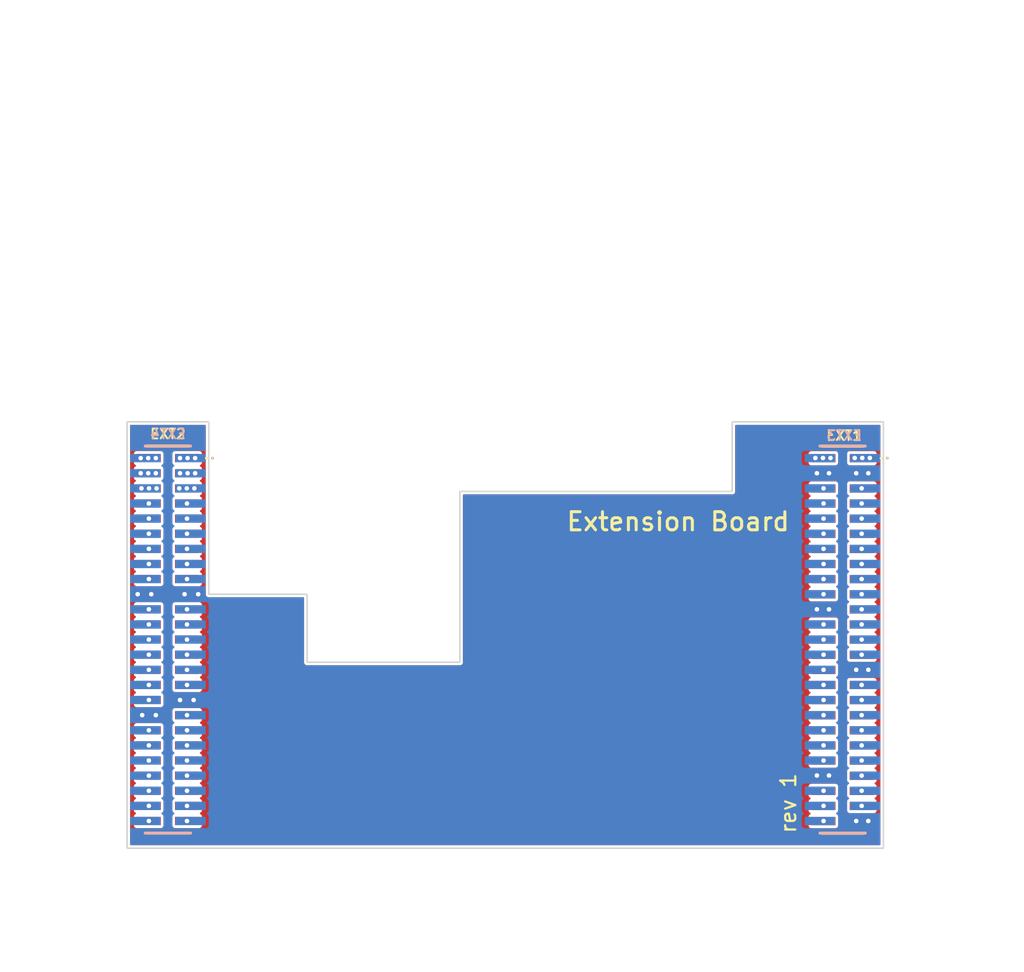
<source format=kicad_pcb>
(kicad_pcb (version 20241229) (generator "pcbnew") (generator_version "9.0")
  (title_block (rev "1"))
  (layers (0 "F.Cu" signal) (4 "In1.Cu" power "GND.Cu") (6 "In2.Cu" power "VCC.Cu") (2 "B.Cu" signal) (13 "F.Paste" user) (15 "B.Paste" user) (5 "F.SilkS" user "F.Silkscreen") (7 "B.SilkS" user "B.Silkscreen") (1 "F.Mask" user) (3 "B.Mask" user) (25 "Edge.Cuts" user))
  (net 0 "")
  (net 1 "/connector/UART_M7.TXD")
  (net 2 "+3V3_SW")
  (net 3 "/connector/GPIO1.IO07{slash}CSI2_CTRL2")
  (net 4 "/connector/PCIe.RXN-")
  (net 5 "/connector/GPIO1.IO14{slash}PCIe_nW_DISABLE")
  (net 6 "/connector/UART3.RXD")
  (net 7 "/connector/GPIO1.IO01{slash}CSI1_CTRL2")
  (net 8 "/connector/I2C4.SDA")
  (net 9 "/connector/GPIO1.IO10{slash}PCIe_nWAKE")
  (net 10 "/connector/UART2.TXD")
  (net 11 "GND")
  (net 12 "/connector/I2C3.SDA")
  (net 13 "/connector/PCIe.TXN+")
  (net 14 "+5V_SW")
  (net 15 "/connector/GPIO1.IO03{slash}CSI1_CTRL3")
  (net 16 "/connector/UART2.RXD")
  (net 17 "/connector/PCIe.CLK-")
  (net 18 "/connector/GPIO1.nETH1_INT{slash}IO15")
  (net 19 "/connector/PCIe.RXN+")
  (net 20 "/connector/I2C3.SCL")
  (net 21 "/connector/GPIO1.IO12{slash}USB1_OTG_PWR")
  (net 22 "/connector/USB2_VBUS")
  (net 23 "/connector/PCIe.TXN-")
  (net 24 "/connector/I2C2.SCL")
  (net 25 "/connector/GPIO1.IO09{slash}LVDS1REG_EN")
  (net 26 "/connector/PCIe.CLK+")
  (net 27 "/connector/UART_M7.RXD")
  (net 28 "/connector/GPIO1.IO08{slash}PCIe_nPERST")
  (net 29 "/connector/I2C2.SDA")
  (net 30 "/connector/~{PWR_READY}")
  (net 31 "/connector/GPIO1.IO00{slash}CSI1_CTRL1")
  (net 32 "/connector/GPIO1.IO13{slash}USB1_OTG_OC")
  (net 33 "/connector/GPIO1.IO06{slash}CSI2_CTRL1")
  (net 34 "/connector/I2C4.SCL")
  (net 35 "/connector/GPIO1.IO11{slash}PCIe_nCLKREQ")
  (net 36 "/connector/UART3.TXD")
  (net 37 "/connector/LVDS0.D3+")
  (net 38 "/connector/SD2.CMD")
  (net 39 "/connector/SD1.CLK")
  (net 40 "/connector/SD1.D3")
  (net 41 "/connector/ECSPI1.SCLK")
  (net 42 "/connector/SD1.STROBE")
  (net 43 "/connector/LVDS0.D0+")
  (net 44 "/connector/LVDS0.D2-")
  (net 45 "/connector/ECSPI1.MOSI")
  (net 46 "/connector/SD2.VDD_SW")
  (net 47 "/connector/SD1.D5")
  (net 48 "/connector/ECSPI2.SS0")
  (net 49 "/connector/LVDS0.CLK+")
  (net 50 "/connector/SD2.D1")
  (net 51 "/connector/LVDS0.CLK-")
  (net 52 "/connector/CAN1.TX")
  (net 53 "/connector/CAN1.RX")
  (net 54 "/connector/SD1.D6")
  (net 55 "/connector/SD2.D0")
  (net 56 "/connector/ECSPI2.MOSI")
  (net 57 "/connector/SD1.RESET")
  (net 58 "/connector/SD2.D2")
  (net 59 "/connector/SD2.~{CD}")
  (net 60 "/connector/ECSPI1.MISO")
  (net 61 "/connector/SD1.CMD")
  (net 62 "/connector/CAN1.EN")
  (net 63 "/connector/ECSPI2.MISO")
  (net 64 "/connector/SD2.WP")
  (net 65 "/connector/SD1.D0")
  (net 66 "/connector/SD1.D1")
  (net 67 "/connector/SD1.D2")
  (net 68 "/connector/SD1.D7")
  (net 69 "/connector/LVDS0.D1+")
  (net 70 "/connector/SD2.D3")
  (net 71 "/connector/ECSPI2.SCLK")
  (net 72 "/connector/LVDS0.D3-")
  (net 73 "/connector/LVDS0.D1-")
  (net 74 "/connector/LVDS0.D2+")
  (net 75 "/connector/SD1.D4")
  (net 76 "/connector/SD2.CLK")
  (net 77 "/connector/LVDS0.D0-")
  (net 78 "/connector/ECSPI1.SS0")
  (net 79 "/connector/USB2.TX-")
  (net 80 "/connector/USB2.D+")
  (net 81 "/connector/USB2.D-")
  (net 82 "/connector/USB2.RX-")
  (net 83 "/connector/USB2.RX+")
  (net 84 "/connector/USB2.TX+")
  (net 85 "/connector/~{EXT_RST}")
  (footprint "extras:1MMRD25VS00FTBP" (layer "F.Cu") (at 102.3 98.1 90)
    (property "Reference" "EXT2" (at 13.6 0 180) (layer "F.SilkS") (effects (font (size 0.65 0.65) (thickness 0.125))))
    (property "Value" "1MM-R-D25-VS-00-F-TBP" (hide yes))
    (fp_line (start 12.8 -1.365) (end 12.8 1.365) (stroke (width 0.2)) (layer "F.SilkS"))
    (fp_line (start -12.8 -1.365) (end -12.8 1.365) (stroke (width 0.2)) (layer "F.SilkS"))
    (fp_line (start 12 2.5) (end 12 2.5) (stroke (width 0.1)) (layer "F.SilkS"))
    (fp_line (start 12 2.6) (end 12 2.6) (stroke (width 0.1)) (layer "F.SilkS"))
    (fp_arc (start 12 2.5) (mid 12.05 2.55) (end 12 2.6) (stroke (width 0.1)) (layer "F.SilkS"))
    (fp_arc (start 12 2.6) (mid 11.95 2.55) (end 12 2.5) (stroke (width 0.1)) (layer "F.SilkS"))
    (pad "1" smd rect (at 12 1.26 90) (size 0.54 1.58) (layers "F.Cu" "F.Mask" "F.Paste") (net 2 "+3V3_SW"))
    (pad "2" smd rect (at 12 -1.26 90) (size 0.54 1.58) (layers "F.Cu" "F.Mask" "F.Paste") (net 2 "+3V3_SW"))
    (pad "3" smd rect (at 11 1.26 90) (size 0.54 1.58) (layers "F.Cu" "F.Mask" "F.Paste") (net 2 "+3V3_SW"))
    (pad "4" smd rect (at 11 -1.26 90) (size 0.54 1.58) (layers "F.Cu" "F.Mask" "F.Paste") (net 2 "+3V3_SW"))
    (pad "5" smd rect (at 10 1.26 90) (size 0.54 1.58) (layers "F.Cu" "F.Mask" "F.Paste") (net 14 "+5V_SW"))
    (pad "6" smd rect (at 10 -1.26 90) (size 0.54 1.58) (layers "F.Cu" "F.Mask" "F.Paste") (net 14 "+5V_SW"))
    (pad "7" smd rect (at 9 1.26 90) (size 0.54 1.58) (layers "F.Cu" "F.Mask" "F.Paste") (net 16 "/connector/UART2.RXD"))
    (pad "8" smd rect (at 9 -1.26 90) (size 0.54 1.58) (layers "F.Cu" "F.Mask" "F.Paste") (net 24 "/connector/I2C2.SCL"))
    (pad "9" smd rect (at 8 1.26 90) (size 0.54 1.58) (layers "F.Cu" "F.Mask" "F.Paste") (net 10 "/connector/UART2.TXD"))
    (pad "10" smd rect (at 8 -1.26 90) (size 0.54 1.58) (layers "F.Cu" "F.Mask" "F.Paste") (net 29 "/connector/I2C2.SDA"))
    (pad "11" smd rect (at 7 1.26 90) (size 0.54 1.58) (layers "F.Cu" "F.Mask" "F.Paste") (net 36 "/connector/UART3.TXD"))
    (pad "12" smd rect (at 7 -1.26 90) (size 0.54 1.58) (layers "F.Cu" "F.Mask" "F.Paste") (net 20 "/connector/I2C3.SCL"))
    (pad "13" smd rect (at 6 1.26 90) (size 0.54 1.58) (layers "F.Cu" "F.Mask" "F.Paste") (net 6 "/connector/UART3.RXD"))
    (pad "14" smd rect (at 6 -1.26 90) (size 0.54 1.58) (layers "F.Cu" "F.Mask" "F.Paste") (net 12 "/connector/I2C3.SDA"))
    (pad "15" smd rect (at 5 1.26 90) (size 0.54 1.58) (layers "F.Cu" "F.Mask" "F.Paste") (net 27 "/connector/UART_M7.RXD"))
    (pad "16" smd rect (at 5 -1.26 90) (size 0.54 1.58) (layers "F.Cu" "F.Mask" "F.Paste") (net 34 "/connector/I2C4.SCL"))
    (pad "17" smd rect (at 4 1.26 90) (size 0.54 1.58) (layers "F.Cu" "F.Mask" "F.Paste") (net 1 "/connector/UART_M7.TXD"))
    (pad "18" smd rect (at 4 -1.26 90) (size 0.54 1.58) (layers "F.Cu" "F.Mask" "F.Paste") (net 8 "/connector/I2C4.SDA"))
    (pad "19" smd rect (at 3 1.26 90) (size 0.54 1.58) (layers "F.Cu" "F.Mask" "F.Paste") (net 11 "GND"))
    (pad "20" smd rect (at 3 -1.26 90) (size 0.54 1.58) (layers "F.Cu" "F.Mask" "F.Paste") (net 11 "GND"))
    (pad "21" smd rect (at 2 1.26 90) (size 0.54 1.58) (layers "F.Cu" "F.Mask" "F.Paste") (net 5 "/connector/GPIO1.IO14{slash}PCIe_nW_DISABLE"))
    (pad "22" smd rect (at 2 -1.26 90) (size 0.54 1.58) (layers "F.Cu" "F.Mask" "F.Paste") (net 18 "/connector/GPIO1.nETH1_INT{slash}IO15"))
    (pad "23" smd rect (at 1 1.26 90) (size 0.54 1.58) (layers "F.Cu" "F.Mask" "F.Paste") (net 21 "/connector/GPIO1.IO12{slash}USB1_OTG_PWR"))
    (pad "24" smd rect (at 1 -1.26 90) (size 0.54 1.58) (layers "F.Cu" "F.Mask" "F.Paste") (net 32 "/connector/GPIO1.IO13{slash}USB1_OTG_OC"))
    (pad "25" smd rect (at 0 1.26 90) (size 0.54 1.58) (layers "F.Cu" "F.Mask" "F.Paste") (net 9 "/connector/GPIO1.IO10{slash}PCIe_nWAKE"))
    (pad "26" smd rect (at 0 -1.26 90) (size 0.54 1.58) (layers "F.Cu" "F.Mask" "F.Paste") (net 35 "/connector/GPIO1.IO11{slash}PCIe_nCLKREQ"))
    (pad "27" smd rect (at -1 1.26 90) (size 0.54 1.58) (layers "F.Cu" "F.Mask" "F.Paste") (net 28 "/connector/GPIO1.IO08{slash}PCIe_nPERST"))
    (pad "28" smd rect (at -1 -1.26 90) (size 0.54 1.58) (layers "F.Cu" "F.Mask" "F.Paste") (net 25 "/connector/GPIO1.IO09{slash}LVDS1REG_EN"))
    (pad "29" smd rect (at -2 1.26 90) (size 0.54 1.58) (layers "F.Cu" "F.Mask" "F.Paste") (net 33 "/connector/GPIO1.IO06{slash}CSI2_CTRL1"))
    (pad "30" smd rect (at -2 -1.26 90) (size 0.54 1.58) (layers "F.Cu" "F.Mask" "F.Paste") (net 3 "/connector/GPIO1.IO07{slash}CSI2_CTRL2"))
    (pad "31" smd rect (at -3 1.26 90) (size 0.54 1.58) (layers "F.Cu" "F.Mask" "F.Paste") (net 31 "/connector/GPIO1.IO00{slash}CSI1_CTRL1"))
    (pad "32" smd rect (at -3 -1.26 90) (size 0.54 1.58) (layers "F.Cu" "F.Mask" "F.Paste") (net 15 "/connector/GPIO1.IO03{slash}CSI1_CTRL3"))
    (pad "33" smd rect (at -4 1.26 90) (size 0.54 1.58) (layers "F.Cu" "F.Mask" "F.Paste") (net 11 "GND"))
    (pad "34" smd rect (at -4 -1.26 90) (size 0.54 1.58) (layers "F.Cu" "F.Mask" "F.Paste") (net 7 "/connector/GPIO1.IO01{slash}CSI1_CTRL2"))
    (pad "35" smd rect (at -5 1.26 90) (size 0.54 1.58) (layers "F.Cu" "F.Mask" "F.Paste") (net 22 "/connector/USB2_VBUS"))
    (pad "36" smd rect (at -5 -1.26 90) (size 0.54 1.58) (layers "F.Cu" "F.Mask" "F.Paste") (net 11 "GND"))
    (pad "37" smd rect (at -6 1.26 90) (size 0.54 1.58) (layers "F.Cu" "F.Mask" "F.Paste") (net 81 "/connector/USB2.D-"))
    (pad "38" smd rect (at -6 -1.26 90) (size 0.54 1.58) (layers "F.Cu" "F.Mask" "F.Paste") (net 26 "/connector/PCIe.CLK+"))
    (pad "39" smd rect (at -7 1.26 90) (size 0.54 1.58) (layers "F.Cu" "F.Mask" "F.Paste") (net 80 "/connector/USB2.D+"))
    (pad "40" smd rect (at -7 -1.26 90) (size 0.54 1.58) (layers "F.Cu" "F.Mask" "F.Paste") (net 17 "/connector/PCIe.CLK-"))
    (pad "41" smd rect (at -8 1.26 90) (size 0.54 1.58) (layers "F.Cu" "F.Mask" "F.Paste") (net 79 "/connector/USB2.TX-"))
    (pad "42" smd rect (at -8 -1.26 90) (size 0.54 1.58) (layers "F.Cu" "F.Mask" "F.Paste") (net 19 "/connector/PCIe.RXN+"))
    (pad "43" smd rect (at -9 1.26 90) (size 0.54 1.58) (layers "F.Cu" "F.Mask" "F.Paste") (net 84 "/connector/USB2.TX+"))
    (pad "44" smd rect (at -9 -1.26 90) (size 0.54 1.58) (layers "F.Cu" "F.Mask" "F.Paste") (net 4 "/connector/PCIe.RXN-"))
    (pad "45" smd rect (at -10 1.26 90) (size 0.54 1.58) (layers "F.Cu" "F.Mask" "F.Paste") (net 82 "/connector/USB2.RX-"))
    (pad "46" smd rect (at -10 -1.26 90) (size 0.54 1.58) (layers "F.Cu" "F.Mask" "F.Paste") (net 13 "/connector/PCIe.TXN+"))
    (pad "47" smd rect (at -11 1.26 90) (size 0.54 1.58) (layers "F.Cu" "F.Mask" "F.Paste") (net 83 "/connector/USB2.RX+"))
    (pad "48" smd rect (at -11 -1.26 90) (size 0.54 1.58) (layers "F.Cu" "F.Mask" "F.Paste") (net 23 "/connector/PCIe.TXN-"))
    (pad "49" smd rect (at -12 1.26 90) (size 0.54 1.58) (layers "F.Cu" "F.Mask" "F.Paste") (net 85 "/connector/~{EXT_RST}"))
    (pad "50" smd rect (at -12 -1.26 90) (size 0.54 1.58) (layers "F.Cu" "F.Mask" "F.Paste") (net 30 "/connector/~{PWR_READY}"))
  )
  (footprint "extras:1MMRD25VS00FTBP" (layer "F.Cu") (at 146.9 98.11 90)
    (property "Reference" "EXT1" (at 13.5 0.1 0) (layer "F.SilkS") (effects (font (size 0.65 0.65) (thickness 0.125))))
    (property "Value" "1MM-R-D25-VS-00-F-TBP" (hide yes))
    (fp_line (start 12.8 -1.365) (end 12.8 1.365) (stroke (width 0.2)) (layer "F.SilkS"))
    (fp_line (start -12.8 -1.365) (end -12.8 1.365) (stroke (width 0.2)) (layer "F.SilkS"))
    (fp_line (start 12 2.5) (end 12 2.5) (stroke (width 0.1)) (layer "F.SilkS"))
    (fp_line (start 12 2.6) (end 12 2.6) (stroke (width 0.1)) (layer "F.SilkS"))
    (fp_arc (start 12 2.5) (mid 12.05 2.55) (end 12 2.6) (stroke (width 0.1)) (layer "F.SilkS"))
    (fp_arc (start 12 2.6) (mid 11.95 2.55) (end 12 2.5) (stroke (width 0.1)) (layer "F.SilkS"))
    (pad "1" smd rect (at 12 1.26 90) (size 0.54 1.58) (layers "F.Cu" "F.Mask" "F.Paste") (net 2 "+3V3_SW"))
    (pad "2" smd rect (at 12 -1.26 90) (size 0.54 1.58) (layers "F.Cu" "F.Mask" "F.Paste") (net 2 "+3V3_SW"))
    (pad "3" smd rect (at 11 1.26 90) (size 0.54 1.58) (layers "F.Cu" "F.Mask" "F.Paste") (net 11 "GND"))
    (pad "4" smd rect (at 11 -1.26 90) (size 0.54 1.58) (layers "F.Cu" "F.Mask" "F.Paste") (net 11 "GND"))
    (pad "5" smd rect (at 10 1.26 90) (size 0.54 1.58) (layers "F.Cu" "F.Mask" "F.Paste") (net 68 "/connector/SD1.D7"))
    (pad "6" smd rect (at 10 -1.26 90) (size 0.54 1.58) (layers "F.Cu" "F.Mask" "F.Paste") (net 71 "/connector/ECSPI2.SCLK"))
    (pad "7" smd rect (at 9 1.26 90) (size 0.54 1.58) (layers "F.Cu" "F.Mask" "F.Paste") (net 54 "/connector/SD1.D6"))
    (pad "8" smd rect (at 9 -1.26 90) (size 0.54 1.58) (layers "F.Cu" "F.Mask" "F.Paste") (net 63 "/connector/ECSPI2.MISO"))
    (pad "9" smd rect (at 8 1.26 90) (size 0.54 1.58) (layers "F.Cu" "F.Mask" "F.Paste") (net 47 "/connector/SD1.D5"))
    (pad "10" smd rect (at 8 -1.26 90) (size 0.54 1.58) (layers "F.Cu" "F.Mask" "F.Paste") (net 56 "/connector/ECSPI2.MOSI"))
    (pad "11" smd rect (at 7 1.26 90) (size 0.54 1.58) (layers "F.Cu" "F.Mask" "F.Paste") (net 75 "/connector/SD1.D4"))
    (pad "12" smd rect (at 7 -1.26 90) (size 0.54 1.58) (layers "F.Cu" "F.Mask" "F.Paste") (net 48 "/connector/ECSPI2.SS0"))
    (pad "13" smd rect (at 6 1.26 90) (size 0.54 1.58) (layers "F.Cu" "F.Mask" "F.Paste") (net 40 "/connector/SD1.D3"))
    (pad "14" smd rect (at 6 -1.26 90) (size 0.54 1.58) (layers "F.Cu" "F.Mask" "F.Paste") (net 41 "/connector/ECSPI1.SCLK"))
    (pad "15" smd rect (at 5 1.26 90) (size 0.54 1.58) (layers "F.Cu" "F.Mask" "F.Paste") (net 67 "/connector/SD1.D2"))
    (pad "16" smd rect (at 5 -1.26 90) (size 0.54 1.58) (layers "F.Cu" "F.Mask" "F.Paste") (net 60 "/connector/ECSPI1.MISO"))
    (pad "17" smd rect (at 4 1.26 90) (size 0.54 1.58) (layers "F.Cu" "F.Mask" "F.Paste") (net 66 "/connector/SD1.D1"))
    (pad "18" smd rect (at 4 -1.26 90) (size 0.54 1.58) (layers "F.Cu" "F.Mask" "F.Paste") (net 45 "/connector/ECSPI1.MOSI"))
    (pad "19" smd rect (at 3 1.26 90) (size 0.54 1.58) (layers "F.Cu" "F.Mask" "F.Paste") (net 65 "/connector/SD1.D0"))
    (pad "20" smd rect (at 3 -1.26 90) (size 0.54 1.58) (layers "F.Cu" "F.Mask" "F.Paste") (net 78 "/connector/ECSPI1.SS0"))
    (pad "21" smd rect (at 2 1.26 90) (size 0.54 1.58) (layers "F.Cu" "F.Mask" "F.Paste") (net 39 "/connector/SD1.CLK"))
    (pad "22" smd rect (at 2 -1.26 90) (size 0.54 1.58) (layers "F.Cu" "F.Mask" "F.Paste") (net 11 "GND"))
    (pad "23" smd rect (at 1 1.26 90) (size 0.54 1.58) (layers "F.Cu" "F.Mask" "F.Paste") (net 42 "/connector/SD1.STROBE"))
    (pad "24" smd rect (at 1 -1.26 90) (size 0.54 1.58) (layers "F.Cu" "F.Mask" "F.Paste") (net 37 "/connector/LVDS0.D3+"))
    (pad "25" smd rect (at 0 1.26 90) (size 0.54 1.58) (layers "F.Cu" "F.Mask" "F.Paste") (net 61 "/connector/SD1.CMD"))
    (pad "26" smd rect (at 0 -1.26 90) (size 0.54 1.58) (layers "F.Cu" "F.Mask" "F.Paste") (net 72 "/connector/LVDS0.D3-"))
    (pad "27" smd rect (at -1 1.26 90) (size 0.54 1.58) (layers "F.Cu" "F.Mask" "F.Paste") (net 57 "/connector/SD1.RESET"))
    (pad "28" smd rect (at -1 -1.26 90) (size 0.54 1.58) (layers "F.Cu" "F.Mask" "F.Paste") (net 74 "/connector/LVDS0.D2+"))
    (pad "29" smd rect (at -2 1.26 90) (size 0.54 1.58) (layers "F.Cu" "F.Mask" "F.Paste") (net 11 "GND"))
    (pad "30" smd rect (at -2 -1.26 90) (size 0.54 1.58) (layers "F.Cu" "F.Mask" "F.Paste") (net 44 "/connector/LVDS0.D2-"))
    (pad "31" smd rect (at -3 1.26 90) (size 0.54 1.58) (layers "F.Cu" "F.Mask" "F.Paste") (net 70 "/connector/SD2.D3"))
    (pad "32" smd rect (at -3 -1.26 90) (size 0.54 1.58) (layers "F.Cu" "F.Mask" "F.Paste") (net 49 "/connector/LVDS0.CLK+"))
    (pad "33" smd rect (at -4 1.26 90) (size 0.54 1.58) (layers "F.Cu" "F.Mask" "F.Paste") (net 58 "/connector/SD2.D2"))
    (pad "34" smd rect (at -4 -1.26 90) (size 0.54 1.58) (layers "F.Cu" "F.Mask" "F.Paste") (net 51 "/connector/LVDS0.CLK-"))
    (pad "35" smd rect (at -5 1.26 90) (size 0.54 1.58) (layers "F.Cu" "F.Mask" "F.Paste") (net 50 "/connector/SD2.D1"))
    (pad "36" smd rect (at -5 -1.26 90) (size 0.54 1.58) (layers "F.Cu" "F.Mask" "F.Paste") (net 69 "/connector/LVDS0.D1+"))
    (pad "37" smd rect (at -6 1.26 90) (size 0.54 1.58) (layers "F.Cu" "F.Mask" "F.Paste") (net 55 "/connector/SD2.D0"))
    (pad "38" smd rect (at -6 -1.26 90) (size 0.54 1.58) (layers "F.Cu" "F.Mask" "F.Paste") (net 73 "/connector/LVDS0.D1-"))
    (pad "39" smd rect (at -7 1.26 90) (size 0.54 1.58) (layers "F.Cu" "F.Mask" "F.Paste") (net 76 "/connector/SD2.CLK"))
    (pad "40" smd rect (at -7 -1.26 90) (size 0.54 1.58) (layers "F.Cu" "F.Mask" "F.Paste") (net 43 "/connector/LVDS0.D0+"))
    (pad "41" smd rect (at -8 1.26 90) (size 0.54 1.58) (layers "F.Cu" "F.Mask" "F.Paste") (net 38 "/connector/SD2.CMD"))
    (pad "42" smd rect (at -8 -1.26 90) (size 0.54 1.58) (layers "F.Cu" "F.Mask" "F.Paste") (net 77 "/connector/LVDS0.D0-"))
    (pad "43" smd rect (at -9 1.26 90) (size 0.54 1.58) (layers "F.Cu" "F.Mask" "F.Paste") (net 64 "/connector/SD2.WP"))
    (pad "44" smd rect (at -9 -1.26 90) (size 0.54 1.58) (layers "F.Cu" "F.Mask" "F.Paste") (net 11 "GND"))
    (pad "45" smd rect (at -10 1.26 90) (size 0.54 1.58) (layers "F.Cu" "F.Mask" "F.Paste") (net 59 "/connector/SD2.~{CD}"))
    (pad "46" smd rect (at -10 -1.26 90) (size 0.54 1.58) (layers "F.Cu" "F.Mask" "F.Paste") (net 62 "/connector/CAN1.EN"))
    (pad "47" smd rect (at -11 1.26 90) (size 0.54 1.58) (layers "F.Cu" "F.Mask" "F.Paste") (net 46 "/connector/SD2.VDD_SW"))
    (pad "48" smd rect (at -11 -1.26 90) (size 0.54 1.58) (layers "F.Cu" "F.Mask" "F.Paste") (net 52 "/connector/CAN1.TX"))
    (pad "49" smd rect (at -12 1.26 90) (size 0.54 1.58) (layers "F.Cu" "F.Mask" "F.Paste") (net 11 "GND"))
    (pad "50" smd rect (at -12 -1.26 90) (size 0.54 1.58) (layers "F.Cu" "F.Mask" "F.Paste") (net 53 "/connector/CAN1.RX"))
  )
  (footprint "extras:1MMHUD25VS00FTBP" (layer "B.Cu") (at 102.3 98.1 -90)
    (property "Reference" "EXT4" (at -13.6 0 180) (layer "B.SilkS") (effects (font (size 0.65 0.65) (thickness 0.125)) (justify mirror)))
    (property "Value" "1MM-HU-D25-VS-00-F-TBP" (hide yes))
    (fp_line (start -12.8 -1.5) (end -12.8 1.5) (stroke (width 0.2)) (layer "B.SilkS"))
    (fp_line (start 12.8 -1.5) (end 12.8 1.5) (stroke (width 0.2)) (layer "B.SilkS"))
    (fp_line (start -12 -2.9) (end -12 -2.9) (stroke (width 0.1)) (layer "B.SilkS"))
    (fp_line (start -12 -3) (end -12 -3) (stroke (width 0.1)) (layer "B.SilkS"))
    (fp_arc (start -12 -2.9) (mid -12.05 -2.95) (end -12 -3) (stroke (width 0.1)) (layer "B.SilkS"))
    (fp_arc (start -12 -3) (mid -11.95 -2.95) (end -12 -2.9) (stroke (width 0.1)) (layer "B.SilkS"))
    (pad "1" smd rect (at -12 -1.5 270) (size 0.55 2) (layers "B.Cu" "B.Mask" "B.Paste") (net 2 "+3V3_SW"))
    (pad "2" smd rect (at -12 1.5 270) (size 0.55 2) (layers "B.Cu" "B.Mask" "B.Paste") (net 2 "+3V3_SW"))
    (pad "3" smd rect (at -11 -1.5 270) (size 0.55 2) (layers "B.Cu" "B.Mask" "B.Paste") (net 2 "+3V3_SW"))
    (pad "4" smd rect (at -11 1.5 270) (size 0.55 2) (layers "B.Cu" "B.Mask" "B.Paste") (net 2 "+3V3_SW"))
    (pad "5" smd rect (at -10 -1.5 270) (size 0.55 2) (layers "B.Cu" "B.Mask" "B.Paste") (net 14 "+5V_SW"))
    (pad "6" smd rect (at -10 1.5 270) (size 0.55 2) (layers "B.Cu" "B.Mask" "B.Paste") (net 14 "+5V_SW"))
    (pad "7" smd rect (at -9 -1.5 270) (size 0.55 2) (layers "B.Cu" "B.Mask" "B.Paste") (net 16 "/connector/UART2.RXD"))
    (pad "8" smd rect (at -9 1.5 270) (size 0.55 2) (layers "B.Cu" "B.Mask" "B.Paste") (net 24 "/connector/I2C2.SCL"))
    (pad "9" smd rect (at -8 -1.5 270) (size 0.55 2) (layers "B.Cu" "B.Mask" "B.Paste") (net 10 "/connector/UART2.TXD"))
    (pad "10" smd rect (at -8 1.5 270) (size 0.55 2) (layers "B.Cu" "B.Mask" "B.Paste") (net 29 "/connector/I2C2.SDA"))
    (pad "11" smd rect (at -7 -1.5 270) (size 0.55 2) (layers "B.Cu" "B.Mask" "B.Paste") (net 36 "/connector/UART3.TXD"))
    (pad "12" smd rect (at -7 1.5 270) (size 0.55 2) (layers "B.Cu" "B.Mask" "B.Paste") (net 20 "/connector/I2C3.SCL"))
    (pad "13" smd rect (at -6 -1.5 270) (size 0.55 2) (layers "B.Cu" "B.Mask" "B.Paste") (net 6 "/connector/UART3.RXD"))
    (pad "14" smd rect (at -6 1.5 270) (size 0.55 2) (layers "B.Cu" "B.Mask" "B.Paste") (net 12 "/connector/I2C3.SDA"))
    (pad "15" smd rect (at -5 -1.5 270) (size 0.55 2) (layers "B.Cu" "B.Mask" "B.Paste") (net 27 "/connector/UART_M7.RXD"))
    (pad "16" smd rect (at -5 1.5 270) (size 0.55 2) (layers "B.Cu" "B.Mask" "B.Paste") (net 34 "/connector/I2C4.SCL"))
    (pad "17" smd rect (at -4 -1.5 270) (size 0.55 2) (layers "B.Cu" "B.Mask" "B.Paste") (net 1 "/connector/UART_M7.TXD"))
    (pad "18" smd rect (at -4 1.5 270) (size 0.55 2) (layers "B.Cu" "B.Mask" "B.Paste") (net 8 "/connector/I2C4.SDA"))
    (pad "19" smd rect (at -3 -1.5 270) (size 0.55 2) (layers "B.Cu" "B.Mask" "B.Paste") (net 11 "GND"))
    (pad "20" smd rect (at -3 1.5 270) (size 0.55 2) (layers "B.Cu" "B.Mask" "B.Paste") (net 11 "GND"))
    (pad "21" smd rect (at -2 -1.5 270) (size 0.55 2) (layers "B.Cu" "B.Mask" "B.Paste") (net 5 "/connector/GPIO1.IO14{slash}PCIe_nW_DISABLE"))
    (pad "22" smd rect (at -2 1.5 270) (size 0.55 2) (layers "B.Cu" "B.Mask" "B.Paste") (net 18 "/connector/GPIO1.nETH1_INT{slash}IO15"))
    (pad "23" smd rect (at -1 -1.5 270) (size 0.55 2) (layers "B.Cu" "B.Mask" "B.Paste") (net 21 "/connector/GPIO1.IO12{slash}USB1_OTG_PWR"))
    (pad "24" smd rect (at -1 1.5 270) (size 0.55 2) (layers "B.Cu" "B.Mask" "B.Paste") (net 32 "/connector/GPIO1.IO13{slash}USB1_OTG_OC"))
    (pad "25" smd rect (at 0 -1.5 270) (size 0.55 2) (layers "B.Cu" "B.Mask" "B.Paste") (net 9 "/connector/GPIO1.IO10{slash}PCIe_nWAKE"))
    (pad "26" smd rect (at 0 1.5 270) (size 0.55 2) (layers "B.Cu" "B.Mask" "B.Paste") (net 35 "/connector/GPIO1.IO11{slash}PCIe_nCLKREQ"))
    (pad "27" smd rect (at 1 -1.5 270) (size 0.55 2) (layers "B.Cu" "B.Mask" "B.Paste") (net 28 "/connector/GPIO1.IO08{slash}PCIe_nPERST"))
    (pad "28" smd rect (at 1 1.5 270) (size 0.55 2) (layers "B.Cu" "B.Mask" "B.Paste") (net 25 "/connector/GPIO1.IO09{slash}LVDS1REG_EN"))
    (pad "29" smd rect (at 2 -1.5 270) (size 0.55 2) (layers "B.Cu" "B.Mask" "B.Paste") (net 33 "/connector/GPIO1.IO06{slash}CSI2_CTRL1"))
    (pad "30" smd rect (at 2 1.5 270) (size 0.55 2) (layers "B.Cu" "B.Mask" "B.Paste") (net 3 "/connector/GPIO1.IO07{slash}CSI2_CTRL2"))
    (pad "31" smd rect (at 3 -1.5 270) (size 0.55 2) (layers "B.Cu" "B.Mask" "B.Paste") (net 31 "/connector/GPIO1.IO00{slash}CSI1_CTRL1"))
    (pad "32" smd rect (at 3 1.5 270) (size 0.55 2) (layers "B.Cu" "B.Mask" "B.Paste") (net 15 "/connector/GPIO1.IO03{slash}CSI1_CTRL3"))
    (pad "33" smd rect (at 4 -1.5 270) (size 0.55 2) (layers "B.Cu" "B.Mask" "B.Paste") (net 11 "GND"))
    (pad "34" smd rect (at 4 1.5 270) (size 0.55 2) (layers "B.Cu" "B.Mask" "B.Paste") (net 7 "/connector/GPIO1.IO01{slash}CSI1_CTRL2"))
    (pad "35" smd rect (at 5 -1.5 270) (size 0.55 2) (layers "B.Cu" "B.Mask" "B.Paste") (net 22 "/connector/USB2_VBUS"))
    (pad "36" smd rect (at 5 1.5 270) (size 0.55 2) (layers "B.Cu" "B.Mask" "B.Paste") (net 11 "GND"))
    (pad "37" smd rect (at 6 -1.5 270) (size 0.55 2) (layers "B.Cu" "B.Mask" "B.Paste") (net 81 "/connector/USB2.D-"))
    (pad "38" smd rect (at 6 1.5 270) (size 0.55 2) (layers "B.Cu" "B.Mask" "B.Paste") (net 26 "/connector/PCIe.CLK+"))
    (pad "39" smd rect (at 7 -1.5 270) (size 0.55 2) (layers "B.Cu" "B.Mask" "B.Paste") (net 80 "/connector/USB2.D+"))
    (pad "40" smd rect (at 7 1.5 270) (size 0.55 2) (layers "B.Cu" "B.Mask" "B.Paste") (net 17 "/connector/PCIe.CLK-"))
    (pad "41" smd rect (at 8 -1.5 270) (size 0.55 2) (layers "B.Cu" "B.Mask" "B.Paste") (net 79 "/connector/USB2.TX-"))
    (pad "42" smd rect (at 8 1.5 270) (size 0.55 2) (layers "B.Cu" "B.Mask" "B.Paste") (net 19 "/connector/PCIe.RXN+"))
    (pad "43" smd rect (at 9 -1.5 270) (size 0.55 2) (layers "B.Cu" "B.Mask" "B.Paste") (net 84 "/connector/USB2.TX+"))
    (pad "44" smd rect (at 9 1.5 270) (size 0.55 2) (layers "B.Cu" "B.Mask" "B.Paste") (net 4 "/connector/PCIe.RXN-"))
    (pad "45" smd rect (at 10 -1.5 270) (size 0.55 2) (layers "B.Cu" "B.Mask" "B.Paste") (net 82 "/connector/USB2.RX-"))
    (pad "46" smd rect (at 10 1.5 270) (size 0.55 2) (layers "B.Cu" "B.Mask" "B.Paste") (net 13 "/connector/PCIe.TXN+"))
    (pad "47" smd rect (at 11 -1.5 270) (size 0.55 2) (layers "B.Cu" "B.Mask" "B.Paste") (net 83 "/connector/USB2.RX+"))
    (pad "48" smd rect (at 11 1.5 270) (size 0.55 2) (layers "B.Cu" "B.Mask" "B.Paste") (net 23 "/connector/PCIe.TXN-"))
    (pad "49" smd rect (at 12 -1.5 270) (size 0.55 2) (layers "B.Cu" "B.Mask" "B.Paste") (net 85 "/connector/~{EXT_RST}"))
    (pad "50" smd rect (at 12 1.5 270) (size 0.55 2) (layers "B.Cu" "B.Mask" "B.Paste") (net 30 "/connector/~{PWR_READY}"))
  )
  (footprint "extras:1MMHUD25VS00FTBP" (layer "B.Cu") (at 146.9 98.1 -90)
    (property "Reference" "EXT3" (at -13.5 -0.1 0) (layer "B.SilkS") (effects (font (size 0.65 0.65) (thickness 0.125)) (justify mirror)))
    (property "Value" "1MM-HU-D25-VS-00-F-TBP" (hide yes))
    (fp_line (start -12.8 -1.5) (end -12.8 1.5) (stroke (width 0.2)) (layer "B.SilkS"))
    (fp_line (start 12.8 -1.5) (end 12.8 1.5) (stroke (width 0.2)) (layer "B.SilkS"))
    (fp_line (start -12 -2.9) (end -12 -2.9) (stroke (width 0.1)) (layer "B.SilkS"))
    (fp_line (start -12 -3) (end -12 -3) (stroke (width 0.1)) (layer "B.SilkS"))
    (fp_arc (start -12 -2.9) (mid -12.05 -2.95) (end -12 -3) (stroke (width 0.1)) (layer "B.SilkS"))
    (fp_arc (start -12 -3) (mid -11.95 -2.95) (end -12 -2.9) (stroke (width 0.1)) (layer "B.SilkS"))
    (pad "1" smd rect (at -12 -1.5 270) (size 0.55 2) (layers "B.Cu" "B.Mask" "B.Paste") (net 2 "+3V3_SW"))
    (pad "2" smd rect (at -12 1.5 270) (size 0.55 2) (layers "B.Cu" "B.Mask" "B.Paste") (net 2 "+3V3_SW"))
    (pad "3" smd rect (at -11 -1.5 270) (size 0.55 2) (layers "B.Cu" "B.Mask" "B.Paste") (net 11 "GND"))
    (pad "4" smd rect (at -11 1.5 270) (size 0.55 2) (layers "B.Cu" "B.Mask" "B.Paste") (net 11 "GND"))
    (pad "5" smd rect (at -10 -1.5 270) (size 0.55 2) (layers "B.Cu" "B.Mask" "B.Paste") (net 68 "/connector/SD1.D7"))
    (pad "6" smd rect (at -10 1.5 270) (size 0.55 2) (layers "B.Cu" "B.Mask" "B.Paste") (net 71 "/connector/ECSPI2.SCLK"))
    (pad "7" smd rect (at -9 -1.5 270) (size 0.55 2) (layers "B.Cu" "B.Mask" "B.Paste") (net 54 "/connector/SD1.D6"))
    (pad "8" smd rect (at -9 1.5 270) (size 0.55 2) (layers "B.Cu" "B.Mask" "B.Paste") (net 63 "/connector/ECSPI2.MISO"))
    (pad "9" smd rect (at -8 -1.5 270) (size 0.55 2) (layers "B.Cu" "B.Mask" "B.Paste") (net 47 "/connector/SD1.D5"))
    (pad "10" smd rect (at -8 1.5 270) (size 0.55 2) (layers "B.Cu" "B.Mask" "B.Paste") (net 56 "/connector/ECSPI2.MOSI"))
    (pad "11" smd rect (at -7 -1.5 270) (size 0.55 2) (layers "B.Cu" "B.Mask" "B.Paste") (net 75 "/connector/SD1.D4"))
    (pad "12" smd rect (at -7 1.5 270) (size 0.55 2) (layers "B.Cu" "B.Mask" "B.Paste") (net 48 "/connector/ECSPI2.SS0"))
    (pad "13" smd rect (at -6 -1.5 270) (size 0.55 2) (layers "B.Cu" "B.Mask" "B.Paste") (net 40 "/connector/SD1.D3"))
    (pad "14" smd rect (at -6 1.5 270) (size 0.55 2) (layers "B.Cu" "B.Mask" "B.Paste") (net 41 "/connector/ECSPI1.SCLK"))
    (pad "15" smd rect (at -5 -1.5 270) (size 0.55 2) (layers "B.Cu" "B.Mask" "B.Paste") (net 67 "/connector/SD1.D2"))
    (pad "16" smd rect (at -5 1.5 270) (size 0.55 2) (layers "B.Cu" "B.Mask" "B.Paste") (net 60 "/connector/ECSPI1.MISO"))
    (pad "17" smd rect (at -4 -1.5 270) (size 0.55 2) (layers "B.Cu" "B.Mask" "B.Paste") (net 66 "/connector/SD1.D1"))
    (pad "18" smd rect (at -4 1.5 270) (size 0.55 2) (layers "B.Cu" "B.Mask" "B.Paste") (net 45 "/connector/ECSPI1.MOSI"))
    (pad "19" smd rect (at -3 -1.5 270) (size 0.55 2) (layers "B.Cu" "B.Mask" "B.Paste") (net 65 "/connector/SD1.D0"))
    (pad "20" smd rect (at -3 1.5 270) (size 0.55 2) (layers "B.Cu" "B.Mask" "B.Paste") (net 78 "/connector/ECSPI1.SS0"))
    (pad "21" smd rect (at -2 -1.5 270) (size 0.55 2) (layers "B.Cu" "B.Mask" "B.Paste") (net 39 "/connector/SD1.CLK"))
    (pad "22" smd rect (at -2 1.5 270) (size 0.55 2) (layers "B.Cu" "B.Mask" "B.Paste") (net 11 "GND"))
    (pad "23" smd rect (at -1 -1.5 270) (size 0.55 2) (layers "B.Cu" "B.Mask" "B.Paste") (net 42 "/connector/SD1.STROBE"))
    (pad "24" smd rect (at -1 1.5 270) (size 0.55 2) (layers "B.Cu" "B.Mask" "B.Paste") (net 37 "/connector/LVDS0.D3+"))
    (pad "25" smd rect (at 0 -1.5 270) (size 0.55 2) (layers "B.Cu" "B.Mask" "B.Paste") (net 61 "/connector/SD1.CMD"))
    (pad "26" smd rect (at 0 1.5 270) (size 0.55 2) (layers "B.Cu" "B.Mask" "B.Paste") (net 72 "/connector/LVDS0.D3-"))
    (pad "27" smd rect (at 1 -1.5 270) (size 0.55 2) (layers "B.Cu" "B.Mask" "B.Paste") (net 57 "/connector/SD1.RESET"))
    (pad "28" smd rect (at 1 1.5 270) (size 0.55 2) (layers "B.Cu" "B.Mask" "B.Paste") (net 74 "/connector/LVDS0.D2+"))
    (pad "29" smd rect (at 2 -1.5 270) (size 0.55 2) (layers "B.Cu" "B.Mask" "B.Paste") (net 11 "GND"))
    (pad "30" smd rect (at 2 1.5 270) (size 0.55 2) (layers "B.Cu" "B.Mask" "B.Paste") (net 44 "/connector/LVDS0.D2-"))
    (pad "31" smd rect (at 3 -1.5 270) (size 0.55 2) (layers "B.Cu" "B.Mask" "B.Paste") (net 70 "/connector/SD2.D3"))
    (pad "32" smd rect (at 3 1.5 270) (size 0.55 2) (layers "B.Cu" "B.Mask" "B.Paste") (net 49 "/connector/LVDS0.CLK+"))
    (pad "33" smd rect (at 4 -1.5 270) (size 0.55 2) (layers "B.Cu" "B.Mask" "B.Paste") (net 58 "/connector/SD2.D2"))
    (pad "34" smd rect (at 4 1.5 270) (size 0.55 2) (layers "B.Cu" "B.Mask" "B.Paste") (net 51 "/connector/LVDS0.CLK-"))
    (pad "35" smd rect (at 5 -1.5 270) (size 0.55 2) (layers "B.Cu" "B.Mask" "B.Paste") (net 50 "/connector/SD2.D1"))
    (pad "36" smd rect (at 5 1.5 270) (size 0.55 2) (layers "B.Cu" "B.Mask" "B.Paste") (net 69 "/connector/LVDS0.D1+"))
    (pad "37" smd rect (at 6 -1.5 270) (size 0.55 2) (layers "B.Cu" "B.Mask" "B.Paste") (net 55 "/connector/SD2.D0"))
    (pad "38" smd rect (at 6 1.5 270) (size 0.55 2) (layers "B.Cu" "B.Mask" "B.Paste") (net 73 "/connector/LVDS0.D1-"))
    (pad "39" smd rect (at 7 -1.5 270) (size 0.55 2) (layers "B.Cu" "B.Mask" "B.Paste") (net 76 "/connector/SD2.CLK"))
    (pad "40" smd rect (at 7 1.5 270) (size 0.55 2) (layers "B.Cu" "B.Mask" "B.Paste") (net 43 "/connector/LVDS0.D0+"))
    (pad "41" smd rect (at 8 -1.5 270) (size 0.55 2) (layers "B.Cu" "B.Mask" "B.Paste") (net 38 "/connector/SD2.CMD"))
    (pad "42" smd rect (at 8 1.5 270) (size 0.55 2) (layers "B.Cu" "B.Mask" "B.Paste") (net 77 "/connector/LVDS0.D0-"))
    (pad "43" smd rect (at 9 -1.5 270) (size 0.55 2) (layers "B.Cu" "B.Mask" "B.Paste") (net 64 "/connector/SD2.WP"))
    (pad "44" smd rect (at 9 1.5 270) (size 0.55 2) (layers "B.Cu" "B.Mask" "B.Paste") (net 11 "GND"))
    (pad "45" smd rect (at 10 -1.5 270) (size 0.55 2) (layers "B.Cu" "B.Mask" "B.Paste") (net 59 "/connector/SD2.~{CD}"))
    (pad "46" smd rect (at 10 1.5 270) (size 0.55 2) (layers "B.Cu" "B.Mask" "B.Paste") (net 62 "/connector/CAN1.EN"))
    (pad "47" smd rect (at 11 -1.5 270) (size 0.55 2) (layers "B.Cu" "B.Mask" "B.Paste") (net 46 "/connector/SD2.VDD_SW"))
    (pad "48" smd rect (at 11 1.5 270) (size 0.55 2) (layers "B.Cu" "B.Mask" "B.Paste") (net 52 "/connector/CAN1.TX"))
    (pad "49" smd rect (at 12 -1.5 270) (size 0.55 2) (layers "B.Cu" "B.Mask" "B.Paste") (net 11 "GND"))
    (pad "50" smd rect (at 12 1.5 270) (size 0.55 2) (layers "B.Cu" "B.Mask" "B.Paste") (net 53 "/connector/CAN1.RX"))
  )
  (gr_poly (pts (xy 99.6 111.9) (xy 99.6 83.7) (xy 105 83.7) (xy 105 95.1) (xy 111.5 95.1) (xy 111.5 99.6) (xy 121.6 99.6) (xy 121.6 88.3) (xy 139.6 88.3) (xy 139.6 83.7) (xy 149.6 83.7) (xy 149.6 111.9)) (stroke (width 0.1)) (fill no) (layer "Edge.Cuts"))
  (gr_text "rev 1" (at 143.9 111 90) (layer "F.SilkS") (effects (font (size 1 1) (thickness 0.15) (bold yes)) (justify left bottom)))
  (gr_text "Extension Board" (at 143.5 91 0) (layer "F.SilkS") (effects (font (size 1.2 1.2) (thickness 0.2) (bold yes)) (justify right bottom)))
  (via (at 103.56 94.1) (size 0.45) (drill 0.3) (layers "F.Cu" "B.Cu") (net 1))
  (via (at 101.5 86.1) (size 0.45) (drill 0.3) (layers "F.Cu" "B.Cu") (net 2))
  (via (at 145.6 86.09) (size 0.45) (drill 0.3) (layers "F.Cu" "B.Cu") (net 2))
  (via (at 146.1 86.09) (size 0.45) (drill 0.3) (layers "F.Cu" "B.Cu") (net 2))
  (via (at 148.2 86.09) (size 0.45) (drill 0.3) (layers "F.Cu" "B.Cu") (net 2))
  (via (at 103.1 86.1) (size 0.45) (drill 0.3) (layers "F.Cu" "B.Cu") (net 2))
  (via (at 104.1 87.1) (size 0.45) (drill 0.3) (layers "F.Cu" "B.Cu") (net 2))
  (via (at 100.5 87.1) (size 0.45) (drill 0.3) (layers "F.Cu" "B.Cu") (net 2))
  (via (at 103.6 87.1) (size 0.45) (drill 0.3) (layers "F.Cu" "B.Cu") (net 2))
  (via (at 101 86.1) (size 0.45) (drill 0.3) (layers "F.Cu" "B.Cu") (net 2))
  (via (at 101 87.1) (size 0.45) (drill 0.3) (layers "F.Cu" "B.Cu") (net 2))
  (via (at 103.6 86.1) (size 0.45) (drill 0.3) (layers "F.Cu" "B.Cu") (net 2))
  (via (at 100.5 86.1) (size 0.45) (drill 0.3) (layers "F.Cu" "B.Cu") (net 2))
  (via (at 101.5 87.1) (size 0.45) (drill 0.3) (layers "F.Cu" "B.Cu") (net 2))
  (via (at 147.7 86.09) (size 0.45) (drill 0.3) (layers "F.Cu" "B.Cu") (net 2))
  (via (at 148.7 86.09) (size 0.45) (drill 0.3) (layers "F.Cu" "B.Cu") (net 2))
  (via (at 104.1 86.1) (size 0.45) (drill 0.3) (layers "F.Cu" "B.Cu") (net 2))
  (via (at 145.1 86.09) (size 0.45) (drill 0.3) (layers "F.Cu" "B.Cu") (net 2))
  (via (at 103.1 87.1) (size 0.45) (drill 0.3) (layers "F.Cu" "B.Cu") (net 2))
  (via (at 101.04 100.1) (size 0.45) (drill 0.3) (layers "F.Cu" "B.Cu") (net 3))
  (via (at 101.04 107.1) (size 0.45) (drill 0.3) (layers "F.Cu" "B.Cu") (net 4))
  (via (at 103.56 96.1) (size 0.45) (drill 0.3) (layers "F.Cu" "B.Cu") (net 5))
  (via (at 103.56 92.1) (size 0.45) (drill 0.3) (layers "F.Cu" "B.Cu") (net 6))
  (via (at 101.04 102.1) (size 0.45) (drill 0.3) (layers "F.Cu" "B.Cu") (net 7))
  (via (at 101.04 94.1) (size 0.45) (drill 0.3) (layers "F.Cu" "B.Cu") (net 8))
  (via (at 103.56 98.1) (size 0.45) (drill 0.3) (layers "F.Cu" "B.Cu") (net 9))
  (via (at 103.56 90.1) (size 0.45) (drill 0.3) (layers "F.Cu" "B.Cu") (net 10))
  (via (at 101.2 95.1) (size 0.45) (drill 0.3) (layers "F.Cu" "B.Cu") (net 11))
  (via (at 148.6 87.1) (size 0.45) (drill 0.3) (layers "F.Cu" "B.Cu") (net 11))
  (via (at 145.2 87.1) (size 0.45) (drill 0.3) (layers "F.Cu" "B.Cu") (net 11))
  (via (at 100.6 103.1) (size 0.45) (drill 0.3) (layers "F.Cu" "B.Cu") (net 11))
  (via (at 148.6 110.1) (size 0.45) (drill 0.3) (layers "F.Cu" "B.Cu") (net 11))
  (via (at 103.1 102.1) (size 0.45) (drill 0.3) (layers "F.Cu" "B.Cu") (net 11))
  (via (at 147.8 100.1) (size 0.45) (drill 0.3) (layers "F.Cu" "B.Cu") (net 11))
  (via (at 104 102.1) (size 0.45) (drill 0.3) (layers "F.Cu" "B.Cu") (net 11))
  (via (at 145.2 96.1) (size 0.45) (drill 0.3) (layers "F.Cu" "B.Cu") (net 11))
  (via (at 100.3 95.1) (size 0.45) (drill 0.3) (layers "F.Cu" "B.Cu") (net 11))
  (via (at 145.2 107.09) (size 0.45) (drill 0.3) (layers "F.Cu" "B.Cu") (net 11))
  (via (at 146 96.1) (size 0.45) (drill 0.3) (layers "F.Cu" "B.Cu") (net 11))
  (via (at 103.4 95.1) (size 0.45) (drill 0.3) (layers "F.Cu" "B.Cu") (net 11))
  (via (at 104.3 95.1) (size 0.45) (drill 0.3) (layers "F.Cu" "B.Cu") (net 11))
  (via (at 147.8 110.1) (size 0.45) (drill 0.3) (layers "F.Cu" "B.Cu") (net 11))
  (via (at 101.5 103.1) (size 0.45) (drill 0.3) (layers "F.Cu" "B.Cu") (net 11))
  (via (at 147.8 87.1) (size 0.45) (drill 0.3) (layers "F.Cu" "B.Cu") (net 11))
  (via (at 146 107.09) (size 0.45) (drill 0.3) (layers "F.Cu" "B.Cu") (net 11))
  (via (at 146 87.1) (size 0.45) (drill 0.3) (layers "F.Cu" "B.Cu") (net 11))
  (via (at 148.6 100.1) (size 0.45) (drill 0.3) (layers "F.Cu" "B.Cu") (net 11))
  (via (at 101.04 92.1) (size 0.45) (drill 0.3) (layers "F.Cu" "B.Cu") (net 12))
  (via (at 101.04 108.1) (size 0.45) (drill 0.3) (layers "F.Cu" "B.Cu") (net 13))
  (via (at 101.05 88.1) (size 0.45) (drill 0.3) (layers "F.Cu" "B.Cu") (net 14))
  (via (at 100.55 88.1) (size 0.45) (drill 0.3) (layers "F.Cu" "B.Cu") (net 14))
  (via (at 103.05 88.1) (size 0.45) (drill 0.3) (layers "F.Cu" "B.Cu") (net 14))
  (via (at 104.05 88.1) (size 0.45) (drill 0.3) (layers "F.Cu" "B.Cu") (net 14))
  (via (at 103.55 88.1) (size 0.45) (drill 0.3) (layers "F.Cu" "B.Cu") (net 14))
  (via (at 101.55 88.1) (size 0.45) (drill 0.3) (layers "F.Cu" "B.Cu") (net 14))
  (via (at 101.04 101.1) (size 0.45) (drill 0.3) (layers "F.Cu" "B.Cu") (net 15))
  (via (at 103.56 89.1) (size 0.45) (drill 0.3) (layers "F.Cu" "B.Cu") (net 16))
  (via (at 101.04 105.1) (size 0.45) (drill 0.3) (layers "F.Cu" "B.Cu") (net 17))
  (via (at 101.04 96.1) (size 0.45) (drill 0.3) (layers "F.Cu" "B.Cu") (net 18))
  (via (at 101.04 106.1) (size 0.45) (drill 0.3) (layers "F.Cu" "B.Cu") (net 19))
  (via (at 101.04 91.1) (size 0.45) (drill 0.3) (layers "F.Cu" "B.Cu") (net 20))
  (via (at 103.56 97.1) (size 0.45) (drill 0.3) (layers "F.Cu" "B.Cu") (net 21))
  (via (at 103.56 103.1) (size 0.45) (drill 0.3) (layers "F.Cu" "B.Cu") (net 22))
  (via (at 101.04 109.1) (size 0.45) (drill 0.3) (layers "F.Cu" "B.Cu") (net 23))
  (via (at 101.04 89.1) (size 0.45) (drill 0.3) (layers "F.Cu" "B.Cu") (net 24))
  (via (at 101.04 99.1) (size 0.45) (drill 0.3) (layers "F.Cu" "B.Cu") (net 25))
  (via (at 101.04 104.1) (size 0.45) (drill 0.3) (layers "F.Cu" "B.Cu") (net 26))
  (via (at 103.56 93.1) (size 0.45) (drill 0.3) (layers "F.Cu" "B.Cu") (net 27))
  (via (at 103.56 99.1) (size 0.45) (drill 0.3) (layers "F.Cu" "B.Cu") (net 28))
  (via (at 101.04 90.1) (size 0.45) (drill 0.3) (layers "F.Cu" "B.Cu") (net 29))
  (via (at 101.04 110.1) (size 0.45) (drill 0.3) (layers "F.Cu" "B.Cu") (net 30))
  (via (at 103.56 101.1) (size 0.45) (drill 0.3) (layers "F.Cu" "B.Cu") (net 31))
  (via (at 101.04 97.1) (size 0.45) (drill 0.3) (layers "F.Cu" "B.Cu") (net 32))
  (via (at 103.56 100.1) (size 0.45) (drill 0.3) (layers "F.Cu" "B.Cu") (net 33))
  (via (at 101.04 93.1) (size 0.45) (drill 0.3) (layers "F.Cu" "B.Cu") (net 34))
  (via (at 101.04 98.1) (size 0.45) (drill 0.3) (layers "F.Cu" "B.Cu") (net 35))
  (via (at 103.56 91.1) (size 0.45) (drill 0.3) (layers "F.Cu" "B.Cu") (net 36))
  (via (at 145.64 97.1) (size 0.45) (drill 0.3) (layers "F.Cu" "B.Cu") (net 37))
  (via (at 148.16 106.1) (size 0.45) (drill 0.3) (layers "F.Cu" "B.Cu") (net 38))
  (via (at 148.16 96.1) (size 0.45) (drill 0.3) (layers "F.Cu" "B.Cu") (net 39))
  (via (at 148.16 92.1) (size 0.45) (drill 0.3) (layers "F.Cu" "B.Cu") (net 40))
  (via (at 145.64 92.1) (size 0.45) (drill 0.3) (layers "F.Cu" "B.Cu") (net 41))
  (via (at 148.16 97.1) (size 0.45) (drill 0.3) (layers "F.Cu" "B.Cu") (net 42))
  (via (at 145.64 105.1) (size 0.45) (drill 0.3) (layers "F.Cu" "B.Cu") (net 43))
  (via (at 145.64 100.1) (size 0.45) (drill 0.3) (layers "F.Cu" "B.Cu") (net 44))
  (via (at 145.64 94.1) (size 0.45) (drill 0.3) (layers "F.Cu" "B.Cu") (net 45))
  (via (at 148.16 109.1) (size 0.45) (drill 0.3) (layers "F.Cu" "B.Cu") (net 46))
  (via (at 148.16 90.1) (size 0.45) (drill 0.3) (layers "F.Cu" "B.Cu") (net 47))
  (via (at 145.64 91.1) (size 0.45) (drill 0.3) (layers "F.Cu" "B.Cu") (net 48))
  (via (at 145.64 101.1) (size 0.45) (drill 0.3) (layers "F.Cu" "B.Cu") (net 49))
  (via (at 148.16 103.1) (size 0.45) (drill 0.3) (layers "F.Cu" "B.Cu") (net 50))
  (via (at 145.64 102.1) (size 0.45) (drill 0.3) (layers "F.Cu" "B.Cu") (net 51))
  (via (at 145.64 109.1) (size 0.45) (drill 0.3) (layers "F.Cu" "B.Cu") (net 52))
  (via (at 145.64 110.1) (size 0.45) (drill 0.3) (layers "F.Cu" "B.Cu") (net 53))
  (via (at 148.16 89.1) (size 0.45) (drill 0.3) (layers "F.Cu" "B.Cu") (net 54))
  (via (at 148.16 104.1) (size 0.45) (drill 0.3) (layers "F.Cu" "B.Cu") (net 55))
  (via (at 145.64 90.1) (size 0.45) (drill 0.3) (layers "F.Cu" "B.Cu") (net 56))
  (via (at 148.16 99.1) (size 0.45) (drill 0.3) (layers "F.Cu" "B.Cu") (net 57))
  (via (at 148.16 102.1) (size 0.45) (drill 0.3) (layers "F.Cu" "B.Cu") (net 58))
  (via (at 148.16 108.1) (size 0.45) (drill 0.3) (layers "F.Cu" "B.Cu") (net 59))
  (via (at 145.64 93.1) (size 0.45) (drill 0.3) (layers "F.Cu" "B.Cu") (net 60))
  (via (at 148.16 98.1) (size 0.45) (drill 0.3) (layers "F.Cu" "B.Cu") (net 61))
  (via (at 145.64 108.1) (size 0.45) (drill 0.3) (layers "F.Cu" "B.Cu") (net 62))
  (via (at 145.64 89.1) (size 0.45) (drill 0.3) (layers "F.Cu" "B.Cu") (net 63))
  (via (at 148.16 107.1) (size 0.45) (drill 0.3) (layers "F.Cu" "B.Cu") (net 64))
  (via (at 148.16 95.1) (size 0.45) (drill 0.3) (layers "F.Cu" "B.Cu") (net 65))
  (via (at 148.16 94.1) (size 0.45) (drill 0.3) (layers "F.Cu" "B.Cu") (net 66))
  (via (at 148.16 93.1) (size 0.45) (drill 0.3) (layers "F.Cu" "B.Cu") (net 67))
  (via (at 148.16 88.1) (size 0.45) (drill 0.3) (layers "F.Cu" "B.Cu") (net 68))
  (via (at 145.64 103.1) (size 0.45) (drill 0.3) (layers "F.Cu" "B.Cu") (net 69))
  (via (at 148.16 101.1) (size 0.45) (drill 0.3) (layers "F.Cu" "B.Cu") (net 70))
  (via (at 145.64 88.1) (size 0.45) (drill 0.3) (layers "F.Cu" "B.Cu") (net 71))
  (via (at 145.64 98.1) (size 0.45) (drill 0.3) (layers "F.Cu" "B.Cu") (net 72))
  (via (at 145.64 104.1) (size 0.45) (drill 0.3) (layers "F.Cu" "B.Cu") (net 73))
  (via (at 145.64 99.1) (size 0.45) (drill 0.3) (layers "F.Cu" "B.Cu") (net 74))
  (via (at 148.16 91.1) (size 0.45) (drill 0.3) (layers "F.Cu" "B.Cu") (net 75))
  (via (at 148.16 105.1) (size 0.45) (drill 0.3) (layers "F.Cu" "B.Cu") (net 76))
  (via (at 145.64 106.1) (size 0.45) (drill 0.3) (layers "F.Cu" "B.Cu") (net 77))
  (via (at 145.64 95.1) (size 0.45) (drill 0.3) (layers "F.Cu" "B.Cu") (net 78))
  (via (at 103.56 106.1) (size 0.45) (drill 0.3) (layers "F.Cu" "B.Cu") (net 79))
  (via (at 103.56 105.1) (size 0.45) (drill 0.3) (layers "F.Cu" "B.Cu") (net 80))
  (via (at 103.56 104.1) (size 0.45) (drill 0.3) (layers "F.Cu" "B.Cu") (net 81))
  (via (at 103.56 108.1) (size 0.45) (drill 0.3) (layers "F.Cu" "B.Cu") (net 82))
  (via (at 103.56 109.1) (size 0.45) (drill 0.3) (layers "F.Cu" "B.Cu") (net 83))
  (via (at 103.56 107.1) (size 0.45) (drill 0.3) (layers "F.Cu" "B.Cu") (net 84))
  (via (at 103.56 110.1) (size 0.45) (drill 0.3) (layers "F.Cu" "B.Cu") (net 85))
  (zone (net 11) (net_name "GND") (layers "F.Cu" "B.Cu" "In1.Cu") (connect_pads thru_hole_only (clearance 0.1)) (min_thickness 0.1) (fill yes (thermal_gap 0.25) (thermal_bridge_width 0.25))
    (polygon (pts (xy 93.9 58.9) (xy 156.9 58.9) (xy 156.9 117.5) (xy 93.9 117.5)))
  )
)
</source>
